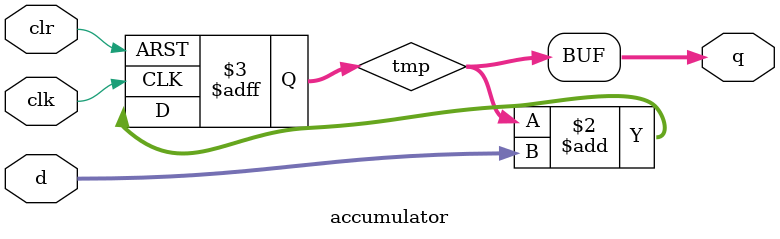
<source format=sv>
module accumulator (
    input clk,
    input clr,
    input [3:0] d,
    output [3:0] q
);

logic [3:0] tmp;

always @(posedge clk or posedge clr) begin
    if(clr) tmp = 4'b0;
    else tmp = tmp + d;
end

assign q = tmp;

endmodule
</source>
